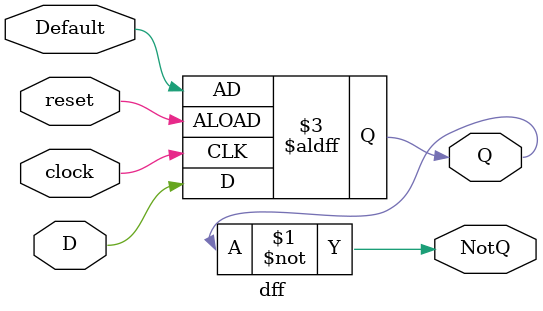
<source format=v>
module dff(
    input Default,
    input reset,
    input clock,
    input D,
    output reg Q,
    output NotQ
);

//    initial begin
//        Q <= Default;
//    end

    assign NotQ = ~Q;

    always @(posedge reset, posedge clock) begin
        if (reset) begin
            Q <= Default;
        end else begin
            Q <= D;
        end
    end
endmodule
</source>
